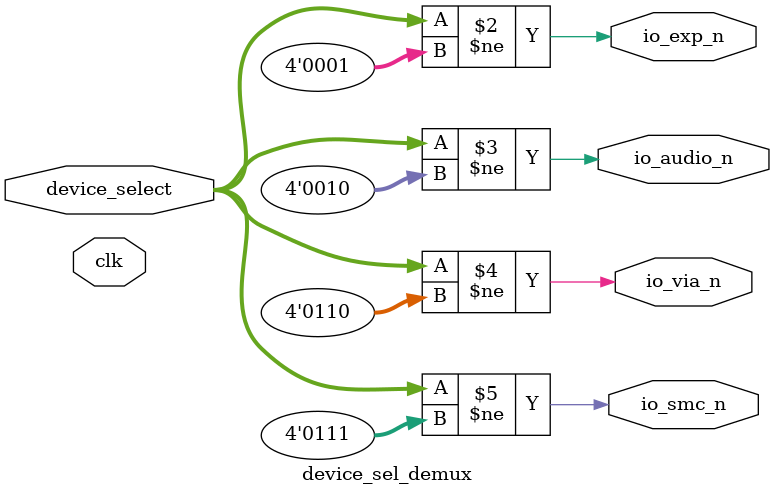
<source format=sv>

`timescale 1 ps / 1 ps

module device_sel_demux
# (
	IO_EXP_SEL			= 4'd1,
	IO_AUDIO_SEL		= 4'd2,
	IO_VIDEO_SEL		= 4'd3,
	IO_IRQ_SEL			= 4'd4,
	IO_SPI_SEL			= 4'd5,
	IO_VIA_SEL			= 4'd6,
	IO_SMC_SEL			= 4'd7,
	IO_RAM_SEL			= 4'd8,
	IO_VRAM_SEL			= 4'd9,
	IO_MMU_SEL			= 4'd10
	
) (
	input  wire				clk,
	input  wire  [3:0]	device_select,
	
	
	output reg				io_exp_n,				// Expansion Bus Select
	output reg				io_audio_n,				// Audio Controller Select
	output reg				io_via_n,				// VIA Select
	output reg				io_smc_n					// SMC Select
);

	always_comb begin
		io_exp_n		<= device_select != IO_EXP_SEL;
		io_audio_n	<= device_select != IO_AUDIO_SEL;
		io_via_n		<= device_select != IO_VIA_SEL;
		io_smc_n		<= device_select != IO_SMC_SEL;
	end

endmodule
</source>
